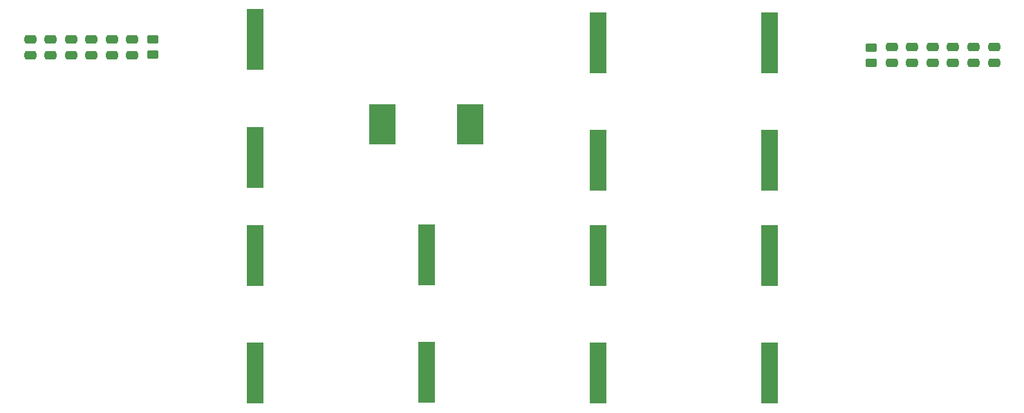
<source format=gbr>
%TF.GenerationSoftware,KiCad,Pcbnew,8.0.7*%
%TF.CreationDate,2025-01-31T21:54:53-05:00*%
%TF.ProjectId,filter_board,66696c74-6572-45f6-926f-6172642e6b69,rev?*%
%TF.SameCoordinates,Original*%
%TF.FileFunction,Paste,Top*%
%TF.FilePolarity,Positive*%
%FSLAX46Y46*%
G04 Gerber Fmt 4.6, Leading zero omitted, Abs format (unit mm)*
G04 Created by KiCad (PCBNEW 8.0.7) date 2025-01-31 21:54:53*
%MOMM*%
%LPD*%
G01*
G04 APERTURE LIST*
G04 Aperture macros list*
%AMRoundRect*
0 Rectangle with rounded corners*
0 $1 Rounding radius*
0 $2 $3 $4 $5 $6 $7 $8 $9 X,Y pos of 4 corners*
0 Add a 4 corners polygon primitive as box body*
4,1,4,$2,$3,$4,$5,$6,$7,$8,$9,$2,$3,0*
0 Add four circle primitives for the rounded corners*
1,1,$1+$1,$2,$3*
1,1,$1+$1,$4,$5*
1,1,$1+$1,$6,$7*
1,1,$1+$1,$8,$9*
0 Add four rect primitives between the rounded corners*
20,1,$1+$1,$2,$3,$4,$5,0*
20,1,$1+$1,$4,$5,$6,$7,0*
20,1,$1+$1,$6,$7,$8,$9,0*
20,1,$1+$1,$8,$9,$2,$3,0*%
G04 Aperture macros list end*
%ADD10RoundRect,0.250000X0.475000X-0.250000X0.475000X0.250000X-0.475000X0.250000X-0.475000X-0.250000X0*%
%ADD11R,2.006600X7.416800*%
%ADD12R,3.225800X4.953000*%
%ADD13RoundRect,0.250000X0.450000X-0.262500X0.450000X0.262500X-0.450000X0.262500X-0.450000X-0.262500X0*%
G04 APERTURE END LIST*
D10*
%TO.C,C18*%
X107500000Y-108987500D03*
X107500000Y-107087500D03*
%TD*%
%TO.C,C17*%
X105000000Y-108987500D03*
X105000000Y-107087500D03*
%TD*%
D11*
%TO.C,C1*%
X167000000Y-121901800D03*
X167000000Y-107500000D03*
%TD*%
%TO.C,C5*%
X188000000Y-133549100D03*
X188000000Y-147950900D03*
%TD*%
D12*
%TO.C,L1*%
X140602500Y-117500000D03*
X151397500Y-117500000D03*
%TD*%
D11*
%TO.C,C2*%
X188000000Y-121901800D03*
X188000000Y-107500000D03*
%TD*%
%TO.C,C3*%
X146000000Y-133500000D03*
X146000000Y-147901800D03*
%TD*%
D10*
%TO.C,C11*%
X210500000Y-109900000D03*
X210500000Y-108000000D03*
%TD*%
D11*
%TO.C,C7*%
X125000000Y-133549100D03*
X125000000Y-147950900D03*
%TD*%
%TO.C,C4*%
X167000000Y-133549100D03*
X167000000Y-147950900D03*
%TD*%
D10*
%TO.C,C10*%
X208000000Y-109900000D03*
X208000000Y-108000000D03*
%TD*%
%TO.C,C13*%
X215500000Y-109900000D03*
X215500000Y-108000000D03*
%TD*%
D11*
%TO.C,C6*%
X125000000Y-121500000D03*
X125000000Y-107098200D03*
%TD*%
D10*
%TO.C,C15*%
X100000000Y-108987500D03*
X100000000Y-107087500D03*
%TD*%
%TO.C,C12*%
X213000000Y-109900000D03*
X213000000Y-108000000D03*
%TD*%
%TO.C,C19*%
X110000000Y-108987500D03*
X110000000Y-107087500D03*
%TD*%
%TO.C,C8*%
X202980000Y-109900000D03*
X202980000Y-108000000D03*
%TD*%
%TO.C,C9*%
X205500000Y-109900000D03*
X205500000Y-108000000D03*
%TD*%
D13*
%TO.C,R2*%
X112500000Y-108912500D03*
X112500000Y-107087500D03*
%TD*%
D10*
%TO.C,C16*%
X102500000Y-108987500D03*
X102500000Y-107087500D03*
%TD*%
D13*
%TO.C,R1*%
X200480000Y-109912500D03*
X200480000Y-108087500D03*
%TD*%
D10*
%TO.C,C14*%
X97500000Y-108987500D03*
X97500000Y-107087500D03*
%TD*%
M02*

</source>
